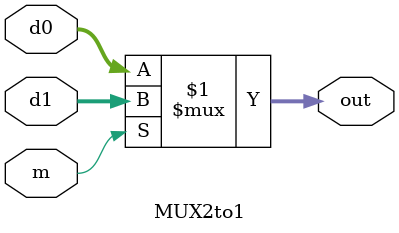
<source format=v>
`timescale 1ns / 1ps


module MUX2to1 #(parameter N = 32)(
    input m,
    input [N-1:0]  d0,d1,
    output [N-1:0]  out
    );
    assign  out = m ? d1 : d0;
endmodule

</source>
